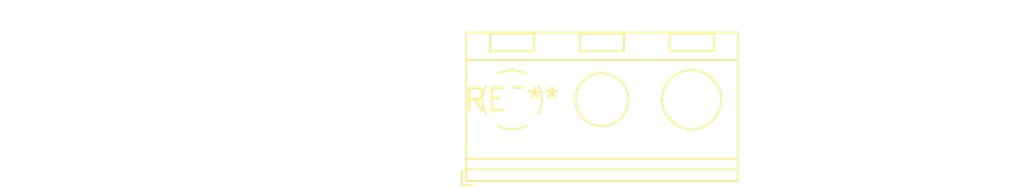
<source format=kicad_pcb>
(kicad_pcb (version 20240108) (generator pcbnew)
  (layers (0 "F.Cu" signal) (31 "B.Cu" signal) (34 "B.Paste" user) (35 "F.Paste" user) (36 "B.SilkS" user "B.Silkscreen") (37 "F.SilkS" user "F.Silkscreen") (38 "B.Mask" user) (39 "F.Mask" user) (44 "Edge.Cuts" user))
  (net 0 "")
  (footprint "TerminalBlock_RND_205-00241_1x02_P10.16mm_Horizontal" (layer "F.Cu") (at 0 0)
    (property "Reference" "REF**")
    (property "Value" "TerminalBlock_RND_205-00241_1x02_P10.16mm_Horizontal")
    (fp_line (start -2.84 4.01) (end -2.84 4.85) (layer "F.SilkS") (stroke (width 0.12)))
    (fp_line (start -2.84 4.85) (end -2.24 4.85) (layer "F.SilkS") (stroke (width 0.12)))
    (fp_line (start -2.6 -3.811) (end -2.6 4.61) (layer "F.SilkS") (stroke (width 0.12)))
    (fp_line (start -2.6 -3.811) (end 12.76 -3.811) (layer "F.SilkS") (stroke (width 0.12)))
    (fp_line (start -2.6 -2.251) (end 12.76 -2.251) (layer "F.SilkS") (stroke (width 0.12)))
    (fp_line (start -2.6 3.35) (end 12.76 3.35) (layer "F.SilkS") (stroke (width 0.12)))
    (fp_line (start -2.6 3.95) (end 12.76 3.95) (layer "F.SilkS") (stroke (width 0.12)))
    (fp_line (start -2.6 4.61) (end 12.76 4.61) (layer "F.SilkS") (stroke (width 0.12)))
    (fp_line (start -1.25 -3.751) (end -1.25 -2.751) (layer "F.SilkS") (stroke (width 0.12)))
    (fp_line (start -1.25 -3.751) (end 1.25 -3.751) (layer "F.SilkS") (stroke (width 0.12)))
    (fp_line (start -1.25 -2.751) (end 1.25 -2.751) (layer "F.SilkS") (stroke (width 0.12)))
    (fp_line (start 1.25 -3.751) (end 1.25 -2.751) (layer "F.SilkS") (stroke (width 0.12)))
    (fp_line (start 3.83 -3.751) (end 3.83 -2.751) (layer "F.SilkS") (stroke (width 0.12)))
    (fp_line (start 3.83 -3.751) (end 6.33 -3.751) (layer "F.SilkS") (stroke (width 0.12)))
    (fp_line (start 3.83 -2.751) (end 6.33 -2.751) (layer "F.SilkS") (stroke (width 0.12)))
    (fp_line (start 6.33 -3.751) (end 6.33 -2.751) (layer "F.SilkS") (stroke (width 0.12)))
    (fp_line (start 8.91 -3.751) (end 8.91 -2.751) (layer "F.SilkS") (stroke (width 0.12)))
    (fp_line (start 8.91 -3.751) (end 11.41 -3.751) (layer "F.SilkS") (stroke (width 0.12)))
    (fp_line (start 8.91 -2.751) (end 11.41 -2.751) (layer "F.SilkS") (stroke (width 0.12)))
    (fp_line (start 8.98 0.976) (end 8.886 1.069) (layer "F.SilkS") (stroke (width 0.12)))
    (fp_line (start 9.15 1.216) (end 9.091 1.274) (layer "F.SilkS") (stroke (width 0.12)))
    (fp_line (start 11.23 -1.275) (end 11.171 -1.216) (layer "F.SilkS") (stroke (width 0.12)))
    (fp_line (start 11.41 -3.751) (end 11.41 -2.751) (layer "F.SilkS") (stroke (width 0.12)))
    (fp_line (start 11.435 -1.069) (end 11.341 -0.976) (layer "F.SilkS") (stroke (width 0.12)))
    (fp_line (start 12.76 -3.811) (end 12.76 4.61) (layer "F.SilkS") (stroke (width 0.12)))
    (fp_arc (start -1.483953 0.789089) (mid -1.680708 5e-05) (end -1.484 -0.789) (layer "F.SilkS") (stroke (width 0.12)))
    (fp_arc (start -0.789089 -1.483953) (mid -5e-05 -1.680708) (end 0.789 -1.484) (layer "F.SilkS") (stroke (width 0.12)))
    (fp_arc (start 0.029383 1.68045) (mid -0.392304 1.634281) (end -0.789 1.484) (layer "F.SilkS") (stroke (width 0.12)))
    (fp_arc (start 0.788712 1.483352) (mid 0.406429 1.630097) (end 0 1.68) (layer "F.SilkS") (stroke (width 0.12)))
    (fp_arc (start 1.483953 -0.789089) (mid 1.680708 -5e-05) (end 1.484 0.789) (layer "F.SilkS") (stroke (width 0.12)))
    (fp_circle (center 5.08 0) (end 6.58 0) (layer "F.SilkS") (stroke (width 0.12)) (fill none))
    (fp_circle (center 10.16 0) (end 11.84 0) (layer "F.SilkS") (stroke (width 0.12)) (fill none))
    (pad "1" thru_hole rect (at 0 0) (size 2.5 2.5) (drill 1.3) (layers *.Cu *.Mask) (remove_unused_layers))
    (pad "2" thru_hole circle (at 10.16 0) (size 2.5 2.5) (drill 1.3) (layers *.Cu *.Mask) (remove_unused_layers))
  )
)
</source>
